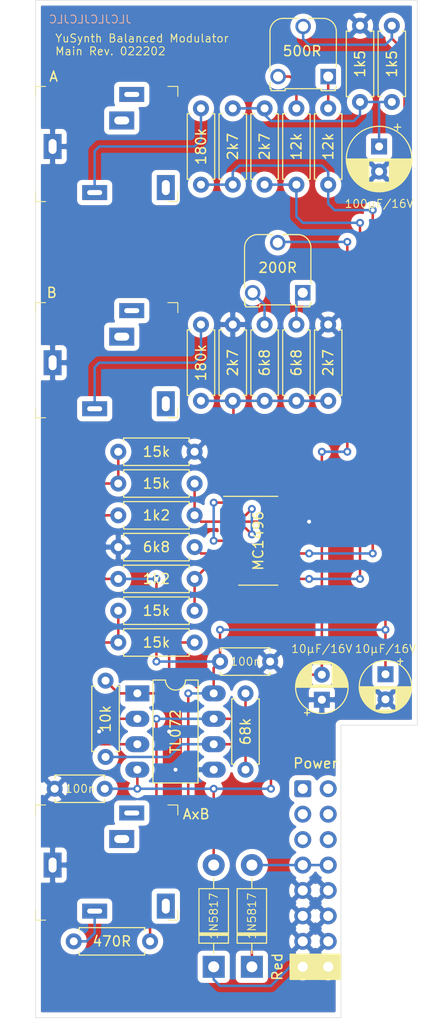
<source format=kicad_pcb>
(kicad_pcb (version 20171130) (host pcbnew "(5.1.10)-1")
  (layers (0 F.Cu signal) (31 B.Cu signal) (34 B.Paste user) (35 F.Paste user) (36 B.SilkS user) (37 F.SilkS user) (38 B.Mask user) (39 F.Mask user) (44 Edge.Cuts user))
  (net 0 "")
  (net 1 GND)
  (net 2 +12V)
  (net 3 -12V)
  (net 4 +12VA)
  (net 5 -12VA)
  (net 6 Out)
  (net 7 In_B)
  (net 8 In_A)
  (net 9 "Net-(R3-Pad1)")
  (net 10 "Net-(R10-Pad1)")
  (net 11 "Net-(R6-Pad2)")
  (net 12 "Net-(R11-Pad2)")
  (net 13 "Net-(R9-Pad1)")
  (net 14 "Net-(R10-Pad2)")
  (net 15 "Net-(R11-Pad1)")
  (net 16 "Net-(R13-Pad2)")
  (net 17 "Net-(R14-Pad1)")
  (net 18 "Net-(R15-Pad2)")
  (net 19 "Net-(R17-Pad1)")
  (net 20 "Net-(R19-Pad1)")
  (net 21 "Net-(R20-Pad1)")
  (net 22 "Net-(R21-Pad1)")
  (net 23 "Net-(U1-Pad2)")
  (net 24 "Net-(R16-Pad2)")
  (net 25 +6V)
  (module Package_SO:SOIC-14_3.9x8.7mm_P1.27mm (layer F.Cu) (at 22.225 53.975)
    (fp_text reference U1 hide)
    (fp_text value MC1496 (at 0 0 90) (layer F.SilkS))
    (pad 14 smd roundrect (at 2.475 -3.81) (size 1.95 0.6) (layers F.Cu F.Paste F.Mask) (net 3 -12V))
    (pad 13 smd roundrect (at 2.475 -2.54) (size 1.95 0.6) (layers F.Cu F.Paste F.Mask))
    (pad 12 smd roundrect (at 2.475 -1.27) (size 1.95 0.6) (layers F.Cu F.Paste F.Mask) (net 18 "Net-(R15-Pad2)"))
    (pad 11 smd roundrect (at 2.475 0) (size 1.95 0.6) (layers F.Cu F.Paste F.Mask))
    (pad 10 smd roundrect (at 2.475 1.27) (size 1.95 0.6) (layers F.Cu F.Paste F.Mask) (net 9 "Net-(R3-Pad1)"))
    (pad 9 smd roundrect (at 2.475 2.54) (size 1.95 0.6) (layers F.Cu F.Paste F.Mask))
    (pad 8 smd roundrect (at 2.475 3.81) (size 1.95 0.6) (layers F.Cu F.Paste F.Mask) (net 12 "Net-(R11-Pad2)"))
    (pad 7 smd roundrect (at -2.475 3.81) (size 1.95 0.6) (layers F.Cu F.Paste F.Mask))
    (pad 6 smd roundrect (at -2.475 2.54) (size 1.95 0.6) (layers F.Cu F.Paste F.Mask) (net 16 "Net-(R13-Pad2)"))
    (pad 5 smd roundrect (at -2.475 1.27) (size 1.95 0.6) (layers F.Cu F.Paste F.Mask) (net 17 "Net-(R14-Pad1)"))
    (pad 4 smd roundrect (at -2.475 0) (size 1.95 0.6) (layers F.Cu F.Paste F.Mask) (net 10 "Net-(R10-Pad1)"))
    (pad 3 smd roundrect (at -2.475 -1.27) (size 1.95 0.6) (layers F.Cu F.Paste F.Mask) (net 23 "Net-(U1-Pad2)"))
    (pad 2 smd roundrect (at -2.475 -2.54) (size 1.95 0.6) (layers F.Cu F.Paste F.Mask) (net 23 "Net-(U1-Pad2)"))
    (pad 1 smd roundrect (at -2.475 -3.81) (size 1.95 0.6) (layers F.Cu F.Paste F.Mask) (net 10 "Net-(R10-Pad1)"))
  )
  (module CATs_Eurosynth_Specials:Power_2x8_Horizontal (layer F.Cu) (at 26.67 78.74)
    (fp_text reference J1 hide)
    (fp_text value Power hide)
    (fp_text user Red (at -2.54 17.78 90) (layer F.SilkS))
    (fp_text user Power (at 1.27 -2.54 180) (layer F.SilkS))
    (pad Gate thru_hole roundrect (at 0 0) (size 1.7 1.7) (drill 1) (layers *.Cu *.Mask) (roundrect_rratio 0.147))
    (pad CV thru_hole circle (at 0 2.54) (size 1.7 1.7) (drill 1) (layers *.Cu *.Mask))
    (pad +5V thru_hole circle (at 0 5.08) (size 1.7 1.7) (drill 1) (layers *.Cu *.Mask))
    (pad +12V thru_hole circle (at 0 7.62) (size 1.7 1.7) (drill 1) (layers *.Cu *.Mask) (net 4 +12VA))
    (pad GND thru_hole circle (at 0 10.16) (size 1.7 1.7) (drill 1) (layers *.Cu *.Mask) (net 1 GND))
    (pad GND thru_hole circle (at 0 12.7) (size 1.7 1.7) (drill 1) (layers *.Cu *.Mask) (net 1 GND))
    (pad GND thru_hole circle (at 0 15.24) (size 1.7 1.7) (drill 1) (layers *.Cu *.Mask) (net 1 GND))
    (pad -12V thru_hole circle (at 0 17.78) (size 1.7 1.7) (drill 1) (layers *.Cu *.Mask) (net 5 -12VA))
    (pad Gate thru_hole circle (at 2.54 0) (size 1.7 1.7) (drill 1) (layers *.Cu *.Mask))
    (pad CV thru_hole circle (at 2.54 2.54) (size 1.7 1.7) (drill 1) (layers *.Cu *.Mask))
    (pad +5V thru_hole circle (at 2.54 5.08) (size 1.7 1.7) (drill 1) (layers *.Cu *.Mask))
    (pad +12V thru_hole circle (at 2.54 7.62) (size 1.7 1.7) (drill 1) (layers *.Cu *.Mask) (net 4 +12VA))
    (pad GND thru_hole circle (at 2.54 10.16) (size 1.7 1.7) (drill 1) (layers *.Cu *.Mask) (net 1 GND))
    (pad GND thru_hole circle (at 2.54 12.7) (size 1.7 1.7) (drill 1) (layers *.Cu *.Mask) (net 1 GND))
    (pad GND thru_hole circle (at 2.54 15.24) (size 1.7 1.7) (drill 1) (layers *.Cu *.Mask) (net 1 GND))
    (pad -12V thru_hole circle (at 2.54 17.78) (size 1.7 1.7) (drill 1) (layers *.Cu *.Mask) (net 5 -12VA))
  )
  (module Potentiometer_THT:Potentiometer_Runtron_RM-065_Vertical (layer F.Cu) (at 29.21 7.62 180)
    (fp_text reference RV2 hide)
    (fp_text value 500R (at 2.6 2.54) (layer F.SilkS))
    (pad 2 thru_hole circle (at 2.5 5 180) (size 1.55 1.55) (drill 1) (layers *.Cu *.Mask) (net 2 +12V))
    (pad 1 thru_hole rect (at 0 0 180) (size 1.55 1.55) (drill 1) (layers *.Cu *.Mask) (net 13 "Net-(R9-Pad1)"))
    (pad 3 thru_hole circle (at 5 0 180) (size 1.55 1.55) (drill 1) (layers *.Cu *.Mask) (net 15 "Net-(R11-Pad1)"))
  )
  (module Potentiometer_THT:Potentiometer_Runtron_RM-065_Vertical (layer F.Cu) (at 26.67 29.21 180)
    (fp_text reference RV1 hide)
    (fp_text value 200R (at 2.5 2.5) (layer F.SilkS))
    (pad 2 thru_hole circle (at 2.5 5 180) (size 1.55 1.55) (drill 1) (layers *.Cu *.Mask) (net 3 -12V))
    (pad 1 thru_hole rect (at 0 0 180) (size 1.55 1.55) (drill 1) (layers *.Cu *.Mask) (net 14 "Net-(R10-Pad2)"))
    (pad 3 thru_hole circle (at 5 0 180) (size 1.55 1.55) (drill 1) (layers *.Cu *.Mask) (net 11 "Net-(R6-Pad2)"))
  )
  (module Connector_Audio_QingPu:Jack_3.5mm_QingPu_WQP-PJ324M (layer F.Cu) (at 0 86.36)
    (fp_text reference J4 hide)
    (fp_text value AxB (at 14.605 -5.08) (layer F.SilkS) (effects (justify left)))
    (pad T thru_hole rect (at 5.9 4.6) (size 2.5 1.5) (drill oval 1.5 0.5) (layers *.Cu *.Mask) (net 6 Out))
    (pad R thru_hole rect (at 9.6 -5.2) (size 2.5 1.5) (drill oval 1.5 0.5) (layers *.Cu *.Mask))
    (pad TN thru_hole rect (at 13 4.1) (size 1.8 2.5) (drill oval 0.8 1.5) (layers *.Cu *.Mask))
    (pad RN thru_hole rect (at 8.6 -2.6) (size 2.5 1.8) (drill oval 1.5 0.8) (layers *.Cu *.Mask))
    (pad S thru_hole rect (at 1.7 0) (size 1.8 2.5) (drill oval 0.8 1.5) (layers *.Cu *.Mask) (net 1 GND))
  )
  (module Connector_Audio_QingPu:Jack_3.5mm_QingPu_WQP-PJ324M (layer F.Cu) (at 0 36.195)
    (fp_text reference J3 hide)
    (fp_text value B (at 1.016 -6.985) (layer F.SilkS) (effects (justify left)))
    (pad T thru_hole rect (at 5.9 4.6) (size 2.5 1.5) (drill oval 1.5 0.5) (layers *.Cu *.Mask) (net 7 In_B))
    (pad R thru_hole rect (at 9.6 -5.2) (size 2.5 1.5) (drill oval 1.5 0.5) (layers *.Cu *.Mask))
    (pad TN thru_hole rect (at 13 4.1) (size 1.8 2.5) (drill oval 0.8 1.5) (layers *.Cu *.Mask))
    (pad RN thru_hole rect (at 8.6 -2.6) (size 2.5 1.8) (drill oval 1.5 0.8) (layers *.Cu *.Mask))
    (pad S thru_hole rect (at 1.7 0) (size 1.8 2.5) (drill oval 0.8 1.5) (layers *.Cu *.Mask) (net 1 GND))
  )
  (module Connector_Audio_QingPu:Jack_3.5mm_QingPu_WQP-PJ324M (layer F.Cu) (at 0 14.605)
    (fp_text reference J2 hide)
    (fp_text value A (at 1.27 -6.985) (layer F.SilkS) (effects (justify left)))
    (pad T thru_hole rect (at 5.9 4.6) (size 2.5 1.5) (drill oval 1.5 0.5) (layers *.Cu *.Mask) (net 8 In_A))
    (pad R thru_hole rect (at 9.6 -5.2) (size 2.5 1.5) (drill oval 1.5 0.5) (layers *.Cu *.Mask))
    (pad TN thru_hole rect (at 13 4.1) (size 1.8 2.5) (drill oval 0.8 1.5) (layers *.Cu *.Mask))
    (pad RN thru_hole rect (at 8.6 -2.6) (size 2.5 1.8) (drill oval 1.5 0.8) (layers *.Cu *.Mask))
    (pad S thru_hole rect (at 1.7 0) (size 1.8 2.5) (drill oval 0.8 1.5) (layers *.Cu *.Mask) (net 1 GND))
  )
  (module Package_DIP:DIP-8_W7.62mm_LongPads (layer F.Cu) (at 10.16 69.215)
    (fp_text reference U2 hide)
    (fp_text value TL072 (at 3.81 3.81 90) (layer F.SilkS))
    (pad 8 thru_hole oval (at 7.62 0) (size 2.4 1.6) (drill 0.8) (layers *.Cu *.Mask) (net 2 +12V))
    (pad 4 thru_hole oval (at 0 7.62) (size 2.4 1.6) (drill 0.8) (layers *.Cu *.Mask) (net 3 -12V))
    (pad 7 thru_hole oval (at 7.62 2.54) (size 2.4 1.6) (drill 0.8) (layers *.Cu *.Mask) (net 22 "Net-(R21-Pad1)"))
    (pad 3 thru_hole oval (at 0 5.08) (size 2.4 1.6) (drill 0.8) (layers *.Cu *.Mask) (net 19 "Net-(R17-Pad1)"))
    (pad 6 thru_hole oval (at 7.62 5.08) (size 2.4 1.6) (drill 0.8) (layers *.Cu *.Mask) (net 21 "Net-(R20-Pad1)"))
    (pad 2 thru_hole oval (at 0 2.54) (size 2.4 1.6) (drill 0.8) (layers *.Cu *.Mask) (net 24 "Net-(R16-Pad2)"))
    (pad 5 thru_hole oval (at 7.62 7.62) (size 2.4 1.6) (drill 0.8) (layers *.Cu *.Mask) (net 1 GND))
    (pad 1 thru_hole rect (at 0 0) (size 2.4 1.6) (drill 0.8) (layers *.Cu *.Mask) (net 20 "Net-(R19-Pad1)"))
  )
  (module Resistor_THT:R_Axial_DIN0207_L6.3mm_D2.5mm_P7.62mm_Horizontal (layer F.Cu) (at 3.81 93.98)
    (fp_text reference R22 hide)
    (fp_text value 470R (at 3.81 0) (layer F.SilkS))
    (pad 2 thru_hole oval (at 7.62 0) (size 1.6 1.6) (drill 0.8) (layers *.Cu *.Mask) (net 22 "Net-(R21-Pad1)"))
    (pad 1 thru_hole circle (at 0 0) (size 1.6 1.6) (drill 0.8) (layers *.Cu *.Mask) (net 6 Out))
  )
  (module Resistor_THT:R_Axial_DIN0207_L6.3mm_D2.5mm_P7.62mm_Horizontal (layer F.Cu) (at 20.955 69.215 270)
    (fp_text reference R21 hide)
    (fp_text value 68k (at 3.81 0 90) (layer F.SilkS))
    (pad 2 thru_hole oval (at 7.62 0 270) (size 1.6 1.6) (drill 0.8) (layers *.Cu *.Mask) (net 21 "Net-(R20-Pad1)"))
    (pad 1 thru_hole circle (at 0 0 270) (size 1.6 1.6) (drill 0.8) (layers *.Cu *.Mask) (net 22 "Net-(R21-Pad1)"))
  )
  (module Resistor_THT:R_Axial_DIN0207_L6.3mm_D2.5mm_P7.62mm_Horizontal (layer F.Cu) (at 6.985 75.565 90)
    (fp_text reference R20 hide)
    (fp_text value 10k (at 3.81 0 90) (layer F.SilkS))
    (pad 2 thru_hole oval (at 7.62 0 90) (size 1.6 1.6) (drill 0.8) (layers *.Cu *.Mask) (net 20 "Net-(R19-Pad1)"))
    (pad 1 thru_hole circle (at 0 0 90) (size 1.6 1.6) (drill 0.8) (layers *.Cu *.Mask) (net 21 "Net-(R20-Pad1)"))
  )
  (module Resistor_THT:R_Axial_DIN0207_L6.3mm_D2.5mm_P7.62mm_Horizontal (layer F.Cu) (at 15.875 64.135 180)
    (fp_text reference R19 hide)
    (fp_text value 15k (at 3.81 0) (layer F.SilkS))
    (pad 2 thru_hole oval (at 7.62 0 180) (size 1.6 1.6) (drill 0.8) (layers *.Cu *.Mask) (net 24 "Net-(R16-Pad2)"))
    (pad 1 thru_hole circle (at 0 0 180) (size 1.6 1.6) (drill 0.8) (layers *.Cu *.Mask) (net 20 "Net-(R19-Pad1)"))
  )
  (module Resistor_THT:R_Axial_DIN0207_L6.3mm_D2.5mm_P7.62mm_Horizontal (layer F.Cu) (at 15.875 45.085 180)
    (fp_text reference R18 hide)
    (fp_text value 15k (at 3.81 0) (layer F.SilkS))
    (pad 2 thru_hole oval (at 7.62 0 180) (size 1.6 1.6) (drill 0.8) (layers *.Cu *.Mask) (net 19 "Net-(R17-Pad1)"))
    (pad 1 thru_hole circle (at 0 0 180) (size 1.6 1.6) (drill 0.8) (layers *.Cu *.Mask) (net 1 GND))
  )
  (module Resistor_THT:R_Axial_DIN0207_L6.3mm_D2.5mm_P7.62mm_Horizontal (layer F.Cu) (at 8.255 48.26)
    (fp_text reference R17 hide)
    (fp_text value 15k (at 3.81 0) (layer F.SilkS))
    (pad 2 thru_hole oval (at 7.62 0) (size 1.6 1.6) (drill 0.8) (layers *.Cu *.Mask) (net 18 "Net-(R15-Pad2)"))
    (pad 1 thru_hole circle (at 0 0) (size 1.6 1.6) (drill 0.8) (layers *.Cu *.Mask) (net 19 "Net-(R17-Pad1)"))
  )
  (module Resistor_THT:R_Axial_DIN0207_L6.3mm_D2.5mm_P7.62mm_Horizontal (layer F.Cu) (at 15.875 60.96 180)
    (fp_text reference R16 hide)
    (fp_text value 15k (at 3.81 0) (layer F.SilkS))
    (pad 2 thru_hole oval (at 7.62 0 180) (size 1.6 1.6) (drill 0.8) (layers *.Cu *.Mask) (net 24 "Net-(R16-Pad2)"))
    (pad 1 thru_hole circle (at 0 0 180) (size 1.6 1.6) (drill 0.8) (layers *.Cu *.Mask) (net 16 "Net-(R13-Pad2)"))
  )
  (module Resistor_THT:R_Axial_DIN0207_L6.3mm_D2.5mm_P7.62mm_Horizontal (layer F.Cu) (at 8.255 51.435)
    (fp_text reference R15 hide)
    (fp_text value 1k2 (at 3.81 0) (layer F.SilkS))
    (pad 2 thru_hole oval (at 7.62 0) (size 1.6 1.6) (drill 0.8) (layers *.Cu *.Mask) (net 18 "Net-(R15-Pad2)"))
    (pad 1 thru_hole circle (at 0 0) (size 1.6 1.6) (drill 0.8) (layers *.Cu *.Mask) (net 2 +12V))
  )
  (module Resistor_THT:R_Axial_DIN0207_L6.3mm_D2.5mm_P7.62mm_Horizontal (layer F.Cu) (at 15.875 54.61 180)
    (fp_text reference R14 hide)
    (fp_text value 6k8 (at 3.81 0) (layer F.SilkS))
    (pad 2 thru_hole oval (at 7.62 0 180) (size 1.6 1.6) (drill 0.8) (layers *.Cu *.Mask) (net 1 GND))
    (pad 1 thru_hole circle (at 0 0 180) (size 1.6 1.6) (drill 0.8) (layers *.Cu *.Mask) (net 17 "Net-(R14-Pad1)"))
  )
  (module Resistor_THT:R_Axial_DIN0207_L6.3mm_D2.5mm_P7.62mm_Horizontal (layer F.Cu) (at 8.255 57.785)
    (fp_text reference R13 hide)
    (fp_text value 1k2 (at 3.81 0) (layer F.SilkS))
    (pad 2 thru_hole oval (at 7.62 0) (size 1.6 1.6) (drill 0.8) (layers *.Cu *.Mask) (net 16 "Net-(R13-Pad2)"))
    (pad 1 thru_hole circle (at 0 0) (size 1.6 1.6) (drill 0.8) (layers *.Cu *.Mask) (net 2 +12V))
  )
  (module Resistor_THT:R_Axial_DIN0207_L6.3mm_D2.5mm_P7.62mm_Horizontal (layer F.Cu) (at 29.21 32.385 270)
    (fp_text reference R12 hide)
    (fp_text value 2k7 (at 3.81 0 90) (layer F.SilkS))
    (pad 2 thru_hole oval (at 7.62 0 270) (size 1.6 1.6) (drill 0.8) (layers *.Cu *.Mask) (net 10 "Net-(R10-Pad1)"))
    (pad 1 thru_hole circle (at 0 0 270) (size 1.6 1.6) (drill 0.8) (layers *.Cu *.Mask) (net 1 GND))
  )
  (module Resistor_THT:R_Axial_DIN0207_L6.3mm_D2.5mm_P7.62mm_Horizontal (layer F.Cu) (at 26.035 10.795 270)
    (fp_text reference R11 hide)
    (fp_text value 12k (at 3.81 0 90) (layer F.SilkS))
    (pad 2 thru_hole oval (at 7.62 0 270) (size 1.6 1.6) (drill 0.8) (layers *.Cu *.Mask) (net 12 "Net-(R11-Pad2)"))
    (pad 1 thru_hole circle (at 0 0 270) (size 1.6 1.6) (drill 0.8) (layers *.Cu *.Mask) (net 15 "Net-(R11-Pad1)"))
  )
  (module Resistor_THT:R_Axial_DIN0207_L6.3mm_D2.5mm_P7.62mm_Horizontal (layer F.Cu) (at 26.035 40.005 90)
    (fp_text reference R10 hide)
    (fp_text value 6k8 (at 3.81 0 90) (layer F.SilkS))
    (pad 2 thru_hole oval (at 7.62 0 90) (size 1.6 1.6) (drill 0.8) (layers *.Cu *.Mask) (net 14 "Net-(R10-Pad2)"))
    (pad 1 thru_hole circle (at 0 0 90) (size 1.6 1.6) (drill 0.8) (layers *.Cu *.Mask) (net 10 "Net-(R10-Pad1)"))
  )
  (module Resistor_THT:R_Axial_DIN0207_L6.3mm_D2.5mm_P7.62mm_Horizontal (layer F.Cu) (at 29.21 10.795 270)
    (fp_text reference R9 hide)
    (fp_text value 12k (at 3.81 0 90) (layer F.SilkS))
    (pad 2 thru_hole oval (at 7.62 0 270) (size 1.6 1.6) (drill 0.8) (layers *.Cu *.Mask) (net 9 "Net-(R3-Pad1)"))
    (pad 1 thru_hole circle (at 0 0 270) (size 1.6 1.6) (drill 0.8) (layers *.Cu *.Mask) (net 13 "Net-(R9-Pad1)"))
  )
  (module Resistor_THT:R_Axial_DIN0207_L6.3mm_D2.5mm_P7.62mm_Horizontal (layer F.Cu) (at 19.685 18.415 90)
    (fp_text reference R8 hide)
    (fp_text value 2k7 (at 3.81 0 90) (layer F.SilkS))
    (pad 2 thru_hole oval (at 7.62 0 90) (size 1.6 1.6) (drill 0.8) (layers *.Cu *.Mask) (net 25 +6V))
    (pad 1 thru_hole circle (at 0 0 90) (size 1.6 1.6) (drill 0.8) (layers *.Cu *.Mask) (net 9 "Net-(R3-Pad1)"))
  )
  (module Resistor_THT:R_Axial_DIN0207_L6.3mm_D2.5mm_P7.62mm_Horizontal (layer F.Cu) (at 22.86 18.415 90)
    (fp_text reference R7 hide)
    (fp_text value 2k7 (at 3.81 0 90) (layer F.SilkS))
    (pad 2 thru_hole oval (at 7.62 0 90) (size 1.6 1.6) (drill 0.8) (layers *.Cu *.Mask) (net 25 +6V))
    (pad 1 thru_hole circle (at 0 0 90) (size 1.6 1.6) (drill 0.8) (layers *.Cu *.Mask) (net 12 "Net-(R11-Pad2)"))
  )
  (module Resistor_THT:R_Axial_DIN0207_L6.3mm_D2.5mm_P7.62mm_Horizontal (layer F.Cu) (at 22.86 40.005 90)
    (fp_text reference R6 hide)
    (fp_text value 6k8 (at 3.81 0 90) (layer F.SilkS))
    (pad 2 thru_hole oval (at 7.62 0 90) (size 1.6 1.6) (drill 0.8) (layers *.Cu *.Mask) (net 11 "Net-(R6-Pad2)"))
    (pad 1 thru_hole circle (at 0 0 90) (size 1.6 1.6) (drill 0.8) (layers *.Cu *.Mask) (net 10 "Net-(R10-Pad1)"))
  )
  (module Resistor_THT:R_Axial_DIN0207_L6.3mm_D2.5mm_P7.62mm_Horizontal (layer F.Cu) (at 19.685 40.005 90)
    (fp_text reference R5 hide)
    (fp_text value 2k7 (at 3.81 0 90) (layer F.SilkS))
    (pad 2 thru_hole oval (at 7.62 0 90) (size 1.6 1.6) (drill 0.8) (layers *.Cu *.Mask) (net 1 GND))
    (pad 1 thru_hole circle (at 0 0 90) (size 1.6 1.6) (drill 0.8) (layers *.Cu *.Mask) (net 10 "Net-(R10-Pad1)"))
  )
  (module Resistor_THT:R_Axial_DIN0207_L6.3mm_D2.5mm_P7.62mm_Horizontal (layer F.Cu) (at 16.51 32.385 270)
    (fp_text reference R4 hide)
    (fp_text value 180k (at 3.81 0 90) (layer F.SilkS))
    (pad 2 thru_hole oval (at 7.62 0 270) (size 1.6 1.6) (drill 0.8) (layers *.Cu *.Mask) (net 10 "Net-(R10-Pad1)"))
    (pad 1 thru_hole circle (at 0 0 270) (size 1.6 1.6) (drill 0.8) (layers *.Cu *.Mask) (net 7 In_B))
  )
  (module Resistor_THT:R_Axial_DIN0207_L6.3mm_D2.5mm_P7.62mm_Horizontal (layer F.Cu) (at 16.51 18.415 90)
    (fp_text reference R3 hide)
    (fp_text value 180k (at 3.81 0 90) (layer F.SilkS))
    (pad 2 thru_hole oval (at 7.62 0 90) (size 1.6 1.6) (drill 0.8) (layers *.Cu *.Mask) (net 8 In_A))
    (pad 1 thru_hole circle (at 0 0 90) (size 1.6 1.6) (drill 0.8) (layers *.Cu *.Mask) (net 9 "Net-(R3-Pad1)"))
  )
  (module Resistor_THT:R_Axial_DIN0207_L6.3mm_D2.5mm_P7.62mm_Horizontal (layer F.Cu) (at 32.385 2.54 270)
    (fp_text reference R2 hide)
    (fp_text value 1k5 (at 3.81 0 90) (layer F.SilkS))
    (pad 2 thru_hole oval (at 7.62 0 270) (size 1.6 1.6) (drill 0.8) (layers *.Cu *.Mask) (net 25 +6V))
    (pad 1 thru_hole circle (at 0 0 270) (size 1.6 1.6) (drill 0.8) (layers *.Cu *.Mask) (net 1 GND))
  )
  (module Resistor_THT:R_Axial_DIN0207_L6.3mm_D2.5mm_P7.62mm_Horizontal (layer F.Cu) (at 35.56 10.16 90)
    (fp_text reference R1 hide)
    (fp_text value 1k5 (at 3.81 0 90) (layer F.SilkS))
    (pad 2 thru_hole oval (at 7.62 0 90) (size 1.6 1.6) (drill 0.8) (layers *.Cu *.Mask) (net 2 +12V))
    (pad 1 thru_hole circle (at 0 0 90) (size 1.6 1.6) (drill 0.8) (layers *.Cu *.Mask) (net 25 +6V))
  )
  (module Diode_THT:D_DO-41_SOD81_P10.16mm_Horizontal (layer F.Cu) (at 17.78 96.52 90)
    (fp_text reference D2 hide)
    (fp_text value 1N5817 (at 5.08 0 90) (layer F.SilkS) (effects (font (size 0.8 0.8) (thickness 0.1))))
    (pad 2 thru_hole oval (at 10.16 0 90) (size 2.2 2.2) (drill 1.1) (layers *.Cu *.Mask) (net 3 -12V))
    (pad 1 thru_hole rect (at 0 0 90) (size 2.2 2.2) (drill 1.1) (layers *.Cu *.Mask) (net 5 -12VA))
  )
  (module Diode_THT:D_DO-41_SOD81_P10.16mm_Horizontal (layer F.Cu) (at 21.59 96.52 90)
    (fp_text reference D1 hide)
    (fp_text value 1N5817 (at 5.08 0 90) (layer F.SilkS) (effects (font (size 0.8 0.8) (thickness 0.1))))
    (pad 2 thru_hole oval (at 10.16 0 90) (size 2.2 2.2) (drill 1.1) (layers *.Cu *.Mask) (net 4 +12VA))
    (pad 1 thru_hole rect (at 0 0 90) (size 2.2 2.2) (drill 1.1) (layers *.Cu *.Mask) (net 2 +12V))
  )
  (module Capacitor_THT:C_Disc_D4.7mm_W2.5mm_P5.00mm (layer F.Cu) (at 1.905 78.74)
    (fp_text reference C5 hide)
    (fp_text value 100n (at 2.54 0) (layer F.SilkS) (effects (font (size 0.8 0.8) (thickness 0.1))))
    (pad 2 thru_hole circle (at 5 0) (size 1.6 1.6) (drill 0.8) (layers *.Cu *.Mask) (net 3 -12V))
    (pad 1 thru_hole circle (at 0 0) (size 1.6 1.6) (drill 0.8) (layers *.Cu *.Mask) (net 1 GND))
  )
  (module Capacitor_THT:C_Disc_D4.7mm_W2.5mm_P5.00mm (layer F.Cu) (at 18.415 66.04)
    (fp_text reference C4 hide)
    (fp_text value 100n (at 2.54 0) (layer F.SilkS) (effects (font (size 0.8 0.8) (thickness 0.1))))
    (pad 2 thru_hole circle (at 5 0) (size 1.6 1.6) (drill 0.8) (layers *.Cu *.Mask) (net 1 GND))
    (pad 1 thru_hole circle (at 0 0) (size 1.6 1.6) (drill 0.8) (layers *.Cu *.Mask) (net 2 +12V))
  )
  (module Capacitor_THT:CP_Radial_D5.0mm_P2.50mm (layer F.Cu) (at 28.575 69.85 90)
    (fp_text reference C3 hide)
    (fp_text value 10µF/16V (at 5.08 0 180) (layer F.SilkS) (effects (font (size 0.8 0.8) (thickness 0.1))))
    (pad 2 thru_hole circle (at 2.5 0 90) (size 1.6 1.6) (drill 0.8) (layers *.Cu *.Mask) (net 3 -12V))
    (pad 1 thru_hole rect (at 0 0 90) (size 1.6 1.6) (drill 0.8) (layers *.Cu *.Mask) (net 1 GND))
  )
  (module Capacitor_THT:CP_Radial_D5.0mm_P2.50mm (layer F.Cu) (at 34.925 67.31 270)
    (fp_text reference C2 hide)
    (fp_text value 10µF/16V (at -2.54 0 180) (layer F.SilkS) (effects (font (size 0.8 0.8) (thickness 0.1))))
    (pad 2 thru_hole circle (at 2.5 0 270) (size 1.6 1.6) (drill 0.8) (layers *.Cu *.Mask) (net 1 GND))
    (pad 1 thru_hole rect (at 0 0 270) (size 1.6 1.6) (drill 0.8) (layers *.Cu *.Mask) (net 2 +12V))
  )
  (module Capacitor_THT:CP_Radial_D6.3mm_P2.50mm (layer F.Cu) (at 34.29 14.605 270)
    (fp_text reference C1 hide)
    (fp_text value 100µF/16V (at 5.715 0 180) (layer F.SilkS) (effects (font (size 0.8 0.8) (thickness 0.1))))
    (pad 2 thru_hole circle (at 2.5 0 270) (size 1.6 1.6) (drill 0.8) (layers *.Cu *.Mask) (net 1 GND))
    (pad 1 thru_hole rect (at 0 0 270) (size 1.6 1.6) (drill 0.8) (layers *.Cu *.Mask) (net 25 +6V))
  )
  (gr_text JLCJLCJLCJLC (at 1.27 1.905) (layer B.SilkS) (effects (font (size 0.8 0.8) (thickness 0.1)) (justify right mirror)))
  (gr_text "YuSynth Balanced Modulator\nMain Rev. 022202" (at 1.905 4.445) (layer F.SilkS) (effects (font (size 0.8 0.8) (thickness 0.1)) (justify left)))
  (gr_line (start 30.48 72.39) (end 30.48 101.6) (layer Edge.Cuts) (width 0.05))
  (gr_line (start 38.1 72.39) (end 30.48 72.39) (layer Edge.Cuts) (width 0.05))
  (gr_line (start 0 101.6) (end 0 0) (layer Edge.Cuts) (width 0.05))
  (gr_line (start 30.48 101.6) (end 0 101.6) (layer Edge.Cuts) (width 0.05))
  (gr_line (start 38.1 0) (end 38.1 72.39) (layer Edge.Cuts) (width 0.05))
  (gr_line (start 0 0) (end 38.1 0) (layer Edge.Cuts) (width 0.05))
  (via (at 13.335 73.025) (size 0.8) (drill 0.4) (layers F.Cu B.Cu) (net 1))
  (via (at 13.97 76.835) (size 0.8) (drill 0.4) (layers F.Cu B.Cu) (net 1))
  (via (at 6.35 73.025) (size 0.8) (drill 0.4) (layers F.Cu B.Cu) (net 1))
  (via (at 27.305 52.07) (size 0.8) (drill 0.4) (layers F.Cu B.Cu) (net 1))
  (segment (start 19.685 10.795) (end 22.86 10.795) (width 0.25) (layer B.Cu) (net 25))
  (segment (start 22.86 10.795) (end 22.86 11.43) (width 0.25) (layer B.Cu) (net 25))
  (segment (start 22.86 11.43) (end 23.495 12.065) (width 0.25) (layer B.Cu) (net 25))
  (segment (start 23.495 12.065) (end 31.75 12.065) (width 0.25) (layer B.Cu) (net 25))
  (segment (start 32.385 11.43) (end 32.385 10.16) (width 0.25) (layer B.Cu) (net 25))
  (segment (start 31.75 12.065) (end 32.385 11.43) (width 0.25) (layer B.Cu) (net 25))
  (segment (start 34.29 14.605) (end 34.29 10.16) (width 0.25) (layer B.Cu) (net 25))
  (segment (start 34.29 10.16) (end 32.385 10.16) (width 0.25) (layer B.Cu) (net 25))
  (segment (start 35.56 10.16) (end 34.29 10.16) (width 0.25) (layer B.Cu) (net 25))
  (segment (start 26.71 2.62) (end 26.71 3.85) (width 0.25) (layer B.Cu) (net 2))
  (segment (start 26.71 3.85) (end 27.305 4.445) (width 0.25) (layer B.Cu) (net 2))
  (segment (start 27.305 4.445) (end 34.925 4.445) (width 0.25) (layer B.Cu) (net 2))
  (segment (start 35.56 3.81) (end 35.56 2.54) (width 0.25) (layer B.Cu) (net 2))
  (segment (start 34.925 4.445) (end 35.56 3.81) (width 0.25) (layer B.Cu) (net 2))
  (segment (start 8.255 51.435) (end 6.985 51.435) (width 0.25) (layer F.Cu) (net 2))
  (segment (start 6.985 51.435) (end 6.35 52.07) (width 0.25) (layer F.Cu) (net 2))
  (segment (start 6.35 52.07) (end 6.35 57.15) (width 0.25) (layer F.Cu) (net 2))
  (segment (start 6.985 57.785) (end 8.255 57.785) (width 0.25) (layer F.Cu) (net 2))
  (segment (start 6.35 57.15) (end 6.985 57.785) (width 0.25) (layer F.Cu) (net 2))
  (segment (start 8.255 57.785) (end 12.065 57.785) (width 0.25) (layer B.Cu) (net 2))
  (segment (start 12.065 57.785) (end 12.065 57.785) (width 0.25) (layer F.Cu) (net 2))
  (via (at 12.065 57.785) (size 0.8) (drill 0.4) (layers F.Cu B.Cu) (net 2))
  (segment (start 12.065 57.785) (end 12.065 66.04) (width 0.25) (layer F.Cu) (net 2))
  (segment (start 12.065 66.04) (end 12.065 66.04) (width 0.25) (layer B.Cu) (net 2))
  (via (at 12.065 66.04) (size 0.8) (drill 0.4) (layers F.Cu B.Cu) (net 2))
  (segment (start 12.065 66.04) (end 18.415 66.04) (width 0.25) (layer B.Cu) (net 2))
  (segment (start 17.78 66.675) (end 18.415 66.04) (width 0.25) (layer F.Cu) (net 2))
  (segment (start 17.78 69.215) (end 17.78 66.675) (width 0.25) (layer F.Cu) (net 2))
  (segment (start 34.925 67.31) (end 34.925 62.865) (width 0.25) (layer F.Cu) (net 2))
  (via (at 34.925 62.865) (size 0.8) (drill 0.4) (layers F.Cu B.Cu) (net 2))
  (segment (start 34.925 62.865) (end 18.415 62.865) (width 0.25) (layer B.Cu) (net 2))
  (segment (start 18.415 62.865) (end 18.415 62.865) (width 0.25) (layer B.Cu) (net 2))
  (via (at 18.415 62.865) (size 0.8) (drill 0.4) (layers F.Cu B.Cu) (net 2))
  (segment (start 18.415 62.865) (end 18.415 66.04) (width 0.25) (layer F.Cu) (net 2))
  (segment (start 35.56 3.81) (end 35.56 2.54) (width 0.25) (layer F.Cu) (net 2))
  (segment (start 36.83 5.08) (end 35.56 3.81) (width 0.25) (layer F.Cu) (net 2))
  (segment (start 36.83 17.78) (end 36.83 5.08) (width 0.25) (layer F.Cu) (net 2))
  (segment (start 34.925 19.685) (end 36.83 17.78) (width 0.25) (layer F.Cu) (net 2))
  (segment (start 34.925 62.865) (end 34.925 19.685) (width 0.25) (layer F.Cu) (net 2))
  (segment (start 21.59 96.52) (end 21.59 92.075) (width 0.25) (layer F.Cu) (net 2))
  (segment (start 21.59 92.075) (end 20.955 91.44) (width 0.25) (layer F.Cu) (net 2))
  (segment (start 20.955 91.44) (end 15.875 91.44) (width 0.25) (layer F.Cu) (net 2))
  (segment (start 15.875 91.44) (end 15.24 90.805) (width 0.25) (layer F.Cu) (net 2))
  (segment (start 15.24 90.805) (end 15.24 69.215) (width 0.25) (layer F.Cu) (net 2))
  (segment (start 15.24 69.215) (end 15.24 69.215) (width 0.25) (layer F.Cu) (net 2))
  (via (at 15.24 69.215) (size 0.8) (drill 0.4) (layers F.Cu B.Cu) (net 2))
  (segment (start 17.78 69.215) (end 15.24 69.215) (width 0.25) (layer B.Cu) (net 2))
  (segment (start 6.905 78.74) (end 10.16 78.74) (width 0.25) (layer B.Cu) (net 3))
  (segment (start 23.495 78.74) (end 23.495 78.74) (width 0.25) (layer B.Cu) (net 3))
  (via (at 23.495 78.74) (size 0.8) (drill 0.4) (layers F.Cu B.Cu) (net 3))
  (segment (start 23.495 78.74) (end 23.495 69.215) (width 0.25) (layer F.Cu) (net 3))
  (segment (start 25.36 67.35) (end 28.575 67.35) (width 0.25) (layer F.Cu) (net 3))
  (segment (start 23.495 69.215) (end 25.36 67.35) (width 0.25) (layer F.Cu) (net 3))
  (segment (start 10.16 78.74) (end 23.495 78.74) (width 0.25) (layer B.Cu) (net 3))
  (via (at 10.16 78.74) (size 0.8) (drill 0.4) (layers F.Cu B.Cu) (net 3))
  (segment (start 10.16 76.835) (end 10.16 78.74) (width 0.25) (layer F.Cu) (net 3))
  (segment (start 28.575 67.35) (end 28.575 45.085) (width 0.25) (layer F.Cu) (net 3))
  (segment (start 28.575 45.085) (end 28.575 45.085) (width 0.25) (layer F.Cu) (net 3))
  (via (at 28.575 45.085) (size 0.8) (drill 0.4) (layers F.Cu B.Cu) (net 3))
  (segment (start 17.78 86.36) (end 17.78 78.74) (width 0.25) (layer F.Cu) (net 3))
  (segment (start 17.78 78.74) (end 17.78 78.74) (width 0.25) (layer F.Cu) (net 3))
  (via (at 17.78 78.74) (size 0.8) (drill 0.4) (layers F.Cu B.Cu) (net 3))
  (segment (start 28.575 45.085) (end 31.115 45.085) (width 0.25) (layer B.Cu) (net 3))
  (segment (start 31.115 45.085) (end 31.115 45.085) (width 0.25) (layer B.Cu) (net 3))
  (via (at 31.115 45.085) (size 0.8) (drill 0.4) (layers F.Cu B.Cu) (net 3))
  (segment (start 31.115 45.085) (end 31.115 24.13) (width 0.25) (layer F.Cu) (net 3))
  (segment (start 31.115 24.13) (end 31.115 24.13) (width 0.25) (layer F.Cu) (net 3))
  (via (at 31.115 24.13) (size 0.8) (drill 0.4) (layers F.Cu B.Cu) (net 3))
  (segment (start 24.25 24.13) (end 24.17 24.21) (width 0.25) (layer B.Cu) (net 3))
  (segment (start 31.115 24.13) (end 24.25 24.13) (width 0.25) (layer B.Cu) (net 3))
  (segment (start 29.21 86.36) (end 26.67 86.36) (width 0.25) (layer B.Cu) (net 4))
  (segment (start 26.67 86.36) (end 21.59 86.36) (width 0.25) (layer B.Cu) (net 4))
  (segment (start 29.21 96.52) (end 26.67 96.52) (width 0.25) (layer B.Cu) (net 5))
  (segment (start 23.495 98.425) (end 18.415 98.425) (width 0.25) (layer B.Cu) (net 5))
  (segment (start 25.4 96.52) (end 23.495 98.425) (width 0.25) (layer B.Cu) (net 5))
  (segment (start 26.67 96.52) (end 25.4 96.52) (width 0.25) (layer B.Cu) (net 5))
  (segment (start 18.415 98.425) (end 17.78 97.79) (width 0.25) (layer B.Cu) (net 5))
  (segment (start 17.78 97.79) (end 17.78 96.52) (width 0.25) (layer B.Cu) (net 5))
  (segment (start 3.81 93.98) (end 5.08 93.98) (width 0.25) (layer B.Cu) (net 6))
  (segment (start 5.9 93.16) (end 5.08 93.98) (width 0.25) (layer B.Cu) (net 6))
  (segment (start 5.9 90.96) (end 5.9 93.16) (width 0.25) (layer B.Cu) (net 6))
  (segment (start 5.9 40.795) (end 5.9 36.645) (width 0.25) (layer B.Cu) (net 7))
  (segment (start 5.9 36.645) (end 6.35 36.195) (width 0.25) (layer B.Cu) (net 7))
  (segment (start 6.35 36.195) (end 15.875 36.195) (width 0.25) (layer B.Cu) (net 7))
  (segment (start 16.51 35.56) (end 16.51 32.385) (width 0.25) (layer B.Cu) (net 7))
  (segment (start 15.875 36.195) (end 16.51 35.56) (width 0.25) (layer B.Cu) (net 7))
  (segment (start 5.9 19.205) (end 5.9 15.055) (width 0.25) (layer B.Cu) (net 8))
  (segment (start 5.9 15.055) (end 6.35 14.605) (width 0.25) (layer B.Cu) (net 8))
  (segment (start 6.35 14.605) (end 15.875 14.605) (width 0.25) (layer B.Cu) (net 8))
  (segment (start 16.51 13.97) (end 16.51 10.795) (width 0.25) (layer B.Cu) (net 8))
  (segment (start 15.875 14.605) (end 16.51 13.97) (width 0.25) (layer B.Cu) (net 8))
  (segment (start 16.51 18.415) (end 19.685 18.415) (width 0.25) (layer B.Cu) (net 9))
  (segment (start 19.685 18.415) (end 19.685 17.145) (width 0.25) (layer B.Cu) (net 9))
  (segment (start 19.685 17.145) (end 20.32 16.51) (width 0.25) (layer B.Cu) (net 9))
  (segment (start 20.32 16.51) (end 28.575 16.51) (width 0.25) (layer B.Cu) (net 9))
  (segment (start 29.21 17.145) (end 29.21 18.415) (width 0.25) (layer B.Cu) (net 9))
  (segment (start 28.575 16.51) (end 29.21 17.145) (width 0.25) (layer B.Cu) (net 9))
  (segment (start 33.655 55.245) (end 33.655 55.245) (width 0.25) (layer B.Cu) (net 9))
  (via (at 33.655 55.245) (size 0.8) (drill 0.4) (layers F.Cu B.Cu) (net 9))
  (segment (start 33.655 55.245) (end 33.655 20.955) (width 0.25) (layer F.Cu) (net 9))
  (segment (start 33.655 20.955) (end 33.655 20.955) (width 0.25) (layer F.Cu) (net 9))
  (via (at 33.655 20.955) (size 0.8) (drill 0.4) (layers F.Cu B.Cu) (net 9))
  (segment (start 33.655 20.955) (end 29.845 20.955) (width 0.25) (layer B.Cu) (net 9))
  (segment (start 29.21 20.32) (end 29.21 18.415) (width 0.25) (layer B.Cu) (net 9))
  (segment (start 29.845 20.955) (end 29.21 20.32) (width 0.25) (layer B.Cu) (net 9))
  (segment (start 16.51 40.005) (end 19.685 40.005) (width 0.25) (layer B.Cu) (net 10))
  (segment (start 19.685 40.005) (end 22.86 40.005) (width 0.25) (layer B.Cu) (net 10))
  (segment (start 22.86 40.005) (end 26.035 40.005) (width 0.25) (layer B.Cu) (net 10))
  (segment (start 26.035 40.005) (end 29.21 40.005) (width 0.25) (layer B.Cu) (net 10))
  (segment (start 22.86 30.4) (end 21.67 29.21) (width 0.25) (layer B.Cu) (net 11))
  (segment (start 22.86 32.385) (end 22.86 30.4) (width 0.25) (layer B.Cu) (net 11))
  (segment (start 22.86 18.415) (end 26.035 18.415) (width 0.25) (layer B.Cu) (net 12))
  (segment (start 32.385 22.225) (end 32.385 22.225) (width 0.25) (layer F.Cu) (net 12))
  (via (at 32.385 22.225) (size 0.8) (drill 0.4) (layers F.Cu B.Cu) (net 12))
  (segment (start 32.385 22.225) (end 26.67 22.225) (width 0.25) (layer B.Cu) (net 12))
  (segment (start 26.035 21.59) (end 26.035 18.415) (width 0.25) (layer B.Cu) (net 12))
  (segment (start 26.67 22.225) (end 26.035 21.59) (width 0.25) (layer B.Cu) (net 12))
  (segment (start 29.21 10.795) (end 29.21 7.62) (width 0.25) (layer F.Cu) (net 13))
  (segment (start 26.035 29.845) (end 26.67 29.21) (width 0.25) (layer B.Cu) (net 14))
  (segment (start 26.035 32.385) (end 26.035 29.845) (width 0.25) (layer B.Cu) (net 14))
  (segment (start 26.035 10.795) (end 26.035 8.255) (width 0.25) (layer F.Cu) (net 15))
  (segment (start 25.4 7.62) (end 24.21 7.62) (width 0.25) (layer F.Cu) (net 15))
  (segment (start 26.035 8.255) (end 25.4 7.62) (width 0.25) (layer F.Cu) (net 15))
  (segment (start 15.875 57.785) (end 15.875 60.96) (width 0.25) (layer F.Cu) (net 16))
  (segment (start 15.875 48.26) (end 15.875 51.435) (width 0.25) (layer F.Cu) (net 18))
  (segment (start 8.255 45.085) (end 8.255 48.26) (width 0.25) (layer F.Cu) (net 19))
  (segment (start 3.81 48.26) (end 8.255 48.26) (width 0.25) (layer F.Cu) (net 19))
  (segment (start 3.175 48.895) (end 3.81 48.26) (width 0.25) (layer F.Cu) (net 19))
  (segment (start 3.81 74.295) (end 3.175 73.66) (width 0.25) (layer F.Cu) (net 19))
  (segment (start 3.175 73.66) (end 3.175 48.895) (width 0.25) (layer F.Cu) (net 19))
  (segment (start 10.16 74.295) (end 3.81 74.295) (width 0.25) (layer F.Cu) (net 19))
  (segment (start 8.255 69.215) (end 6.985 67.945) (width 0.25) (layer F.Cu) (net 20))
  (segment (start 10.16 69.215) (end 8.255 69.215) (width 0.25) (layer F.Cu) (net 20))
  (segment (start 10.16 69.215) (end 12.7 69.215) (width 0.25) (layer F.Cu) (net 20))
  (segment (start 12.7 69.215) (end 13.335 68.58) (width 0.25) (layer F.Cu) (net 20))
  (segment (start 13.335 68.58) (end 13.335 64.77) (width 0.25) (layer F.Cu) (net 20))
  (segment (start 13.97 64.135) (end 15.875 64.135) (width 0.25) (layer F.Cu) (net 20))
  (segment (start 13.335 64.77) (end 13.97 64.135) (width 0.25) (layer F.Cu) (net 20))
  (segment (start 6.985 75.565) (end 13.335 75.565) (width 0.25) (layer B.Cu) (net 21))
  (segment (start 14.605 74.295) (end 17.78 74.295) (width 0.25) (layer B.Cu) (net 21))
  (segment (start 13.335 75.565) (end 14.605 74.295) (width 0.25) (layer B.Cu) (net 21))
  (segment (start 17.78 74.295) (end 20.32 74.295) (width 0.25) (layer F.Cu) (net 21))
  (segment (start 20.955 74.93) (end 20.955 76.835) (width 0.25) (layer F.Cu) (net 21))
  (segment (start 20.32 74.295) (end 20.955 74.93) (width 0.25) (layer F.Cu) (net 21))
  (segment (start 17.78 71.755) (end 20.32 71.755) (width 0.25) (layer F.Cu) (net 22))
  (segment (start 20.955 71.12) (end 20.955 69.215) (width 0.25) (layer F.Cu) (net 22))
  (segment (start 20.32 71.755) (end 20.955 71.12) (width 0.25) (layer F.Cu) (net 22))
  (segment (start 17.78 71.755) (end 12.065 71.755) (width 0.25) (layer B.Cu) (net 22))
  (segment (start 12.065 71.755) (end 12.065 71.755) (width 0.25) (layer B.Cu) (net 22))
  (via (at 12.065 71.755) (size 0.8) (drill 0.4) (layers F.Cu B.Cu) (net 22))
  (segment (start 12.065 71.755) (end 12.065 85.09) (width 0.25) (layer F.Cu) (net 22))
  (segment (start 12.065 85.09) (end 10.795 86.36) (width 0.25) (layer F.Cu) (net 22))
  (segment (start 10.795 86.36) (end 10.795 92.075) (width 0.25) (layer F.Cu) (net 22))
  (segment (start 10.795 92.075) (end 11.43 92.71) (width 0.25) (layer F.Cu) (net 22))
  (segment (start 11.43 92.71) (end 11.43 93.98) (width 0.25) (layer F.Cu) (net 22))
  (segment (start 8.255 64.135) (end 8.255 60.96) (width 0.25) (layer F.Cu) (net 24))
  (segment (start 10.16 71.755) (end 5.08 71.755) (width 0.25) (layer F.Cu) (net 24))
  (segment (start 5.08 71.755) (end 4.445 71.12) (width 0.25) (layer F.Cu) (net 24))
  (segment (start 4.445 71.12) (end 4.445 64.77) (width 0.25) (layer F.Cu) (net 24))
  (segment (start 5.08 64.135) (end 8.255 64.135) (width 0.25) (layer F.Cu) (net 24))
  (segment (start 4.445 64.77) (end 5.08 64.135) (width 0.25) (layer F.Cu) (net 24))
  (segment (start 24.7 50.165) (end 28.575 50.165) (width 0.25) (layer F.Cu) (net 3))
  (segment (start 24.7 55.245) (end 27.305 55.245) (width 0.25) (layer F.Cu) (net 9))
  (segment (start 27.305 55.245) (end 27.305 55.245) (width 0.25) (layer F.Cu) (net 9))
  (via (at 27.305 55.245) (size 0.8) (drill 0.4) (layers F.Cu B.Cu) (net 9))
  (segment (start 27.305 55.245) (end 33.655 55.245) (width 0.25) (layer B.Cu) (net 9))
  (segment (start 19.75 53.975) (end 17.78 53.975) (width 0.25) (layer F.Cu) (net 10))
  (segment (start 19.75 50.165) (end 17.78 50.165) (width 0.25) (layer F.Cu) (net 10))
  (segment (start 17.78 53.975) (end 17.78 53.975) (width 0.25) (layer F.Cu) (net 10))
  (via (at 17.78 53.975) (size 0.8) (drill 0.4) (layers F.Cu B.Cu) (net 10))
  (segment (start 17.78 50.165) (end 17.78 50.165) (width 0.25) (layer F.Cu) (net 10))
  (via (at 17.78 50.165) (size 0.8) (drill 0.4) (layers F.Cu B.Cu) (net 10))
  (segment (start 17.78 50.165) (end 17.78 53.975) (width 0.25) (layer B.Cu) (net 10))
  (segment (start 19.75 40.07) (end 19.685 40.005) (width 0.25) (layer F.Cu) (net 10))
  (segment (start 19.75 50.165) (end 19.75 40.07) (width 0.25) (layer F.Cu) (net 10))
  (segment (start 24.7 57.785) (end 27.305 57.785) (width 0.25) (layer F.Cu) (net 12))
  (segment (start 27.305 57.785) (end 27.305 57.785) (width 0.25) (layer F.Cu) (net 12))
  (via (at 27.305 57.785) (size 0.8) (drill 0.4) (layers F.Cu B.Cu) (net 12))
  (segment (start 32.385 57.785) (end 32.385 22.225) (width 0.25) (layer F.Cu) (net 12))
  (via (at 32.385 57.785) (size 0.8) (drill 0.4) (layers F.Cu B.Cu) (net 12))
  (segment (start 27.305 57.785) (end 32.385 57.785) (width 0.25) (layer B.Cu) (net 12))
  (segment (start 17.145 56.515) (end 15.875 57.785) (width 0.25) (layer F.Cu) (net 16))
  (segment (start 19.75 56.515) (end 17.145 56.515) (width 0.25) (layer F.Cu) (net 16))
  (segment (start 16.51 55.245) (end 15.875 54.61) (width 0.25) (layer F.Cu) (net 17))
  (segment (start 19.75 55.245) (end 16.51 55.245) (width 0.25) (layer F.Cu) (net 17))
  (segment (start 24.7 52.705) (end 22.86 52.705) (width 0.25) (layer F.Cu) (net 18))
  (segment (start 22.86 52.705) (end 22.225 52.07) (width 0.25) (layer F.Cu) (net 18))
  (segment (start 16.51 52.07) (end 15.875 51.435) (width 0.25) (layer F.Cu) (net 18))
  (segment (start 22.225 52.07) (end 16.51 52.07) (width 0.25) (layer F.Cu) (net 18))
  (segment (start 19.75 51.435) (end 20.955 51.435) (width 0.25) (layer F.Cu) (net 23))
  (segment (start 20.955 51.435) (end 21.59 50.8) (width 0.25) (layer F.Cu) (net 23))
  (segment (start 19.75 52.705) (end 20.955 52.705) (width 0.25) (layer F.Cu) (net 23))
  (segment (start 20.955 52.705) (end 21.59 53.34) (width 0.25) (layer F.Cu) (net 23))
  (segment (start 21.59 50.8) (end 21.59 50.8) (width 0.25) (layer F.Cu) (net 23))
  (via (at 21.59 50.8) (size 0.8) (drill 0.4) (layers F.Cu B.Cu) (net 23))
  (segment (start 21.59 53.34) (end 21.59 53.34) (width 0.25) (layer F.Cu) (net 23))
  (via (at 21.59 53.34) (size 0.8) (drill 0.4) (layers F.Cu B.Cu) (net 23))
  (segment (start 21.59 50.8) (end 21.59 53.34) (width 0.25) (layer B.Cu) (net 23))
  (zone (net 1) (net_name GND) (layer F.Cu) (connect_pads (clearance 0.508)) (min_thickness 0.254) (fill yes (arc_segments 32) (thermal_gap 0.508) (thermal_bridge_width 0.508))
    (polygon (pts (xy 38.1 72.39) (xy 30.48 72.39) (xy 30.48 101.6) (xy 0 101.6) (xy 0 0) (xy 38.1 0)))
  )
  (zone (net 1) (net_name GND) (layer B.Cu) (connect_pads (clearance 0.508)) (min_thickness 0.254) (fill yes (arc_segments 32) (thermal_gap 0.508) (thermal_bridge_width 0.508))
    (polygon (pts (xy 38.1 72.39) (xy 30.48 72.39) (xy 30.48 101.6) (xy 0 101.6) (xy 0 0) (xy 38.1 0)))
  )
)
</source>
